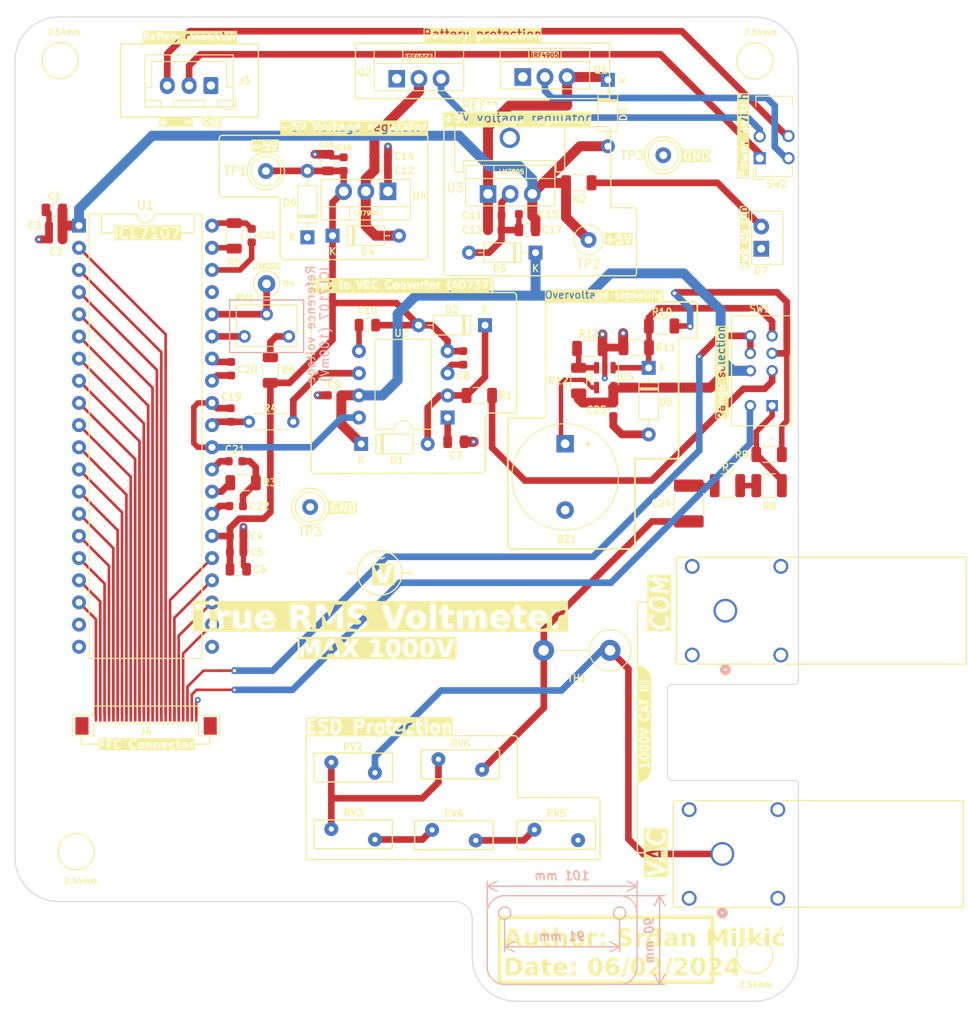
<source format=kicad_pcb>
(kicad_pcb (version 20221018) (generator pcbnew)
  (title_block (date "2024-02-06"))
  (layers (0 "F.Cu" signal) (31 "B.Cu" signal) (34 "B.Paste" user) (35 "F.Paste" user) (36 "B.SilkS" user "B.Silkscreen") (37 "F.SilkS" user "F.Silkscreen") (38 "B.Mask" user) (39 "F.Mask" user) (44 "Edge.Cuts" user))
  (net 0 "")
  (net 1 "-5V")
  (net 2 "ICL7107_A1")
  (net 3 "IN_HI")
  (net 4 "AD737_COM")
  (net 5 "CREF+")
  (net 6 "CREF-")
  (net 7 "A-Z")
  (net 8 "INT")
  (net 9 "OSC1")
  (net 10 "OSC3")
  (net 11 "ICL7107_B1")
  (net 12 "ICL7107_C1")
  (net 13 "ICL7107_D1")
  (net 14 "ICL7107_E1")
  (net 15 "ICL7107_F1")
  (net 16 "ICL7107_G1")
  (net 17 "ICL7107_A2")
  (net 18 "ICL7107_B2")
  (net 19 "ICL7107_C2")
  (net 20 "ICL7107_D2")
  (net 21 "ICL7107_E2")
  (net 22 "ICL7107_F2")
  (net 23 "ICL7107_G2")
  (net 24 "ICL7107_G3")
  (net 25 "ICL7107_F3")
  (net 26 "ICL7107_E3")
  (net 27 "ICL7107_D3")
  (net 28 "ICL7107_C3")
  (net 29 "ICL7107_B3")
  (net 30 "ICL7107_A3")
  (net 31 "1000V_RANGE")
  (net 32 "20V_RANGE")
  (net 33 "BUFF")
  (net 34 "OSC2")
  (net 35 "REF_HI")
  (net 36 "ICL7107_AB4")
  (net 37 "Net-(U2-Cav)")
  (net 38 "-9V")
  (net 39 "Net-(C24-Pad2)")
  (net 40 "GND")
  (net 41 "+9V")
  (net 42 "Cc")
  (net 43 "Net-(D1-A)")
  (net 44 "Net-(D7-A)")
  (net 45 "AD737_OUTPUT")
  (net 46 "Net-(J1-Pin_1)")
  (net 47 "Vin")
  (net 48 "Net-(R6-Pad2)")
  (net 49 "Net-(R10-Pad1)")
  (net 50 "Threshold_voltage")
  (net 51 "Net-(J3-Pin_1)")
  (net 52 "Net-(Q1-D)")
  (net 53 "Net-(R8-Pad1)")
  (net 54 "Net-(Q2-S)")
  (net 55 "Net-(C21-Pad1)")
  (net 56 "Net-(C24-Pad1)")
  (net 57 "Net-(U5--)")
  (net 60 "Net-(BZ1--)")
  (net 61 "Net-(R7-Pad2)")
  (net 62 "Net-(RV2-Pad2)")
  (net 63 "Net-(RV3-Pad2)")
  (net 64 "Net-(RV4-Pad2)")
  (net 65 "Net-(J3-Pin_2)")
  (net 66 "+5V")
  (footprint "Package_TO_SOT_THT:TO-220-3_Vertical" (layer "F.Cu") (at 58.79 84.25 180)
    (fp_text reference "U4")
    (fp_text value "L7905")
  )
  (footprint "Resistor_SMD:R_1206_3216Metric" (layer "F.Cu") (at 42.186 117.639)
    (fp_text reference "R3")
    (fp_text value "47K")
  )
  (footprint "MountingHole:MountingHole_2.5mm" (layer "F.Cu") (at 100.8 171.8)
    (fp_text reference "H1" hide)
    (fp_text value "MountingHole")
  )
  (footprint "Capacitor_SMD:C_0603_1608Metric" (layer "F.Cu") (at 67.405 103.335 -90)
    (fp_text reference "C8")
    (fp_text value "100n")
  )
  (footprint "priums_lib:HSINK_SK_95_25_STS_TO_220" (layer "F.Cu") (at 72.75 78.125)
    (fp_text reference "REF**")
    (fp_text value "HSINK_SK_95_25_STS_TO_220")
  )
  (footprint "Capacitor_SMD:C_0603_1608Metric" (layer "F.Cu") (at 20.715 89.7525 180)
    (fp_text reference "C2")
    (fp_text value "100n")
  )
  (footprint "Capacitor_SMD:C_0805_2012Metric" (layer "F.Cu") (at 74.75 88.665 180)
    (fp_text reference "C17")
    (fp_text value "1u")
  )
  (footprint "Capacitor_SMD:C_0603_1608Metric" (layer "F.Cu") (at 52.675 107.625 180)
    (fp_text reference "C9")
    (fp_text value "100n")
  )
  (footprint "Diode_THT:D_DO-35_SOD27_P7.62mm_Horizontal" (layer "F.Cu") (at 75.7075 91.275 180)
    (fp_text reference "D5")
    (fp_text value "1N4448")
  )
  (footprint "Diode_THT:D_DO-35_SOD27_P7.62mm_Horizontal" (layer "F.Cu") (at 69.915 99.59 180)
    (fp_text reference "D2")
    (fp_text value "1N4148")
  )
  (footprint "Package_TO_SOT_THT:TO-220-3_Vertical" (layer "F.Cu") (at 59.8 71.35)
    (fp_text reference "Q2")
    (fp_text value "IRF4905")
  )
  (footprint "Capacitor_SMD:C_0805_2012Metric" (layer "F.Cu") (at 20.54 86.3825 180)
    (fp_text reference "C1")
    (fp_text value "10u")
  )
  (footprint "Diode_THT:D_DO-35_SOD27_P7.62mm_Horizontal" (layer "F.Cu") (at 55.725 113.195)
    (fp_text reference "D1")
    (fp_text value "1N4148")
  )
  (footprint "priums_lib:SW_EG2310" (layer "F.Cu") (at 101.575 104.8125 90)
    (fp_text reference "SW1")
    (fp_text value "Range selection")
  )
  (footprint "Resistor_THT:R_Axial_DIN0204_L3.6mm_D1.6mm_P5.08mm_Horizontal" (layer "F.Cu") (at 42.86 110.66)
    (fp_text reference "R4")
    (fp_text value "1M")
  )
  (footprint "Capacitor_SMD:C_0603_1608Metric" (layer "F.Cu") (at 74.5725 86.87 180)
    (fp_text reference "C15")
    (fp_text value "100n")
  )
  (footprint "priums_lib:CONN1_FCR7350R_CLF" (layer "F.Cu") (at 97.465 132.305 90)
    (fp_text reference "J2")
    (fp_text value "COMM")
  )
  (footprint "Capacitor_SMD:C_0603_1608Metric" (layer "F.Cu") (at 71.03 87.005)
    (fp_text reference "C11")
    (fp_text value "100u")
  )
  (footprint "Potentiometer_THT:Potentiometer_Bourns_3266W_Vertical" (layer "F.Cu") (at 42.345 100.875 180)
    (fp_text reference "RV1")
    (fp_text value "Naponska referenca (100mV)")
  )
  (footprint "Resistor_SMD:R_1210_3225Metric" (layer "F.Cu") (at 102.475 117.975 180)
    (fp_text reference "R8")
    (fp_text value "900K")
  )
  (footprint "Diode_THT:D_DO-35_SOD27_P7.62mm_Horizontal" (layer "F.Cu") (at 84 71.465 -90)
    (fp_text reference "D3")
    (fp_text value "1N4448")
  )
  (footprint "Resistor_SMD:R_1206_3216Metric" (layer "F.Cu") (at 81.925 102.255)
    (fp_text reference "R13")
    (fp_text value "1K5")
  )
  (footprint "Diode_THT:D_DO-35_SOD27_P7.62mm_Horizontal" (layer "F.Cu") (at 49.56 89.525 90)
    (fp_text reference "D6")
    (fp_text value "1N4448")
  )
  (footprint "Capacitor_SMD:C_0603_1608Metric" (layer "F.Cu") (at 20.715 88.1825 180)
    (fp_text reference "C3")
    (fp_text value "100n")
  )
  (footprint "Package_DIP:DIP-40_W15.24mm" (layer "F.Cu") (at 23.385 88.18)
    (fp_text reference "U1")
    (fp_text value "ICL7107CPL")
  )
  (footprint "Capacitor_SMD:C_0603_1608Metric" (layer "F.Cu") (at 40.8 104.5775 -90)
    (fp_text reference "C20")
    (fp_text value "100n")
  )
  (footprint "Capacitor_SMD:C_0603_1608Metric" (layer "F.Cu") (at 84.625 109.23 -90)
    (fp_text reference "C25")
    (fp_text value "100n")
  )
  (footprint "Capacitor_SMD:C_0805_2012Metric" (layer "F.Cu") (at 41.635 127.56 180)
    (fp_text reference "C6")
    (fp_text value "10u")
  )
  (footprint "Capacitor_SMD:C_0805_2012Metric" (layer "F.Cu") (at 51.9 80.955 -90)
    (fp_text reference "C18")
    (fp_text value "1u")
  )
  (footprint "Resistor_SMD:R_1210_3225Metric" (layer "F.Cu") (at 97.7 117.975)
    (fp_text reference "R7")
    (fp_text value "9M")
  )
  (footprint "Capacitor_SMD:C_0603_1608Metric" (layer "F.Cu") (at 58.015 80.235)
    (fp_text reference "C14")
    (fp_text value "100n")
  )
  (footprint "Button_Switch_THT:SW_CuK_JS202011AQN_DPDT_Angled" (layer "F.Cu") (at 101.4 80.45 90)
    (fp_text reference "SW2")
    (fp_text value "Power ON/OFF")
  )
  (footprint "Capacitor_SMD:C_0603_1608Metric" (layer "F.Cu") (at 43.17 89.3225 -90)
    (fp_text reference "C23")
    (fp_text value "100p")
  )
  (footprint "Varistor:RV_Disc_D9mm_W3.3mm_P5mm" (layer "F.Cu") (at 52.3 157.325)
    (fp_text reference "RV3")
    (fp_text value "910V")
  )
  (footprint "Resistor_SMD:R_1206_3216Metric" (layer "F.Cu") (at 87.25 102.155 180)
    (fp_text reference "R11")
    (fp_text value "1K")
  )
  (footprint "Capacitor_SMD:C_0603_1608Metric" (layer "F.Cu") (at 71.03 88.695)
    (fp_text reference "C13")
    (fp_text value "100n")
  )
  (footprint "MountingHole:MountingHole_2.5mm" (layer "F.Cu") (at 21.225 69.275)
    (fp_text reference "H2" hide)
    (fp_text value "MountingHole")
  )
  (footprint "Capacitor_SMD:C_0805_2012Metric" (layer "F.Cu") (at 66.585 112.95)
    (fp_text reference "C7")
    (fp_text value "10u")
  )
  (footprint "Capacitor_SMD:C_0603_1608Metric" (layer "F.Cu") (at 41.32 115.1825 180)
    (fp_text reference "C21")
    (fp_text value "470n")
  )
  (footprint "priums_lib:CONN1_FCR7350R_CLF" (layer "F.Cu") (at 97.115 160.18 90)
    (fp_text reference "J1")
    (fp_text value "VAC")
  )
  (footprint "TestPoint:TestPoint_Loop_D2.60mm_Drill0.9mm_Beaded" (layer "F.Cu") (at 90.35 80.111878)
    (fp_text reference "TP3")
    (fp_text value "TestPoint")
  )
  (footprint "Capacitor_SMD:C_0603_1608Metric" (layer "F.Cu") (at 53.695 81.13 90)
    (fp_text reference "C16")
    (fp_text value "100n")
  )
  (footprint "Capacitor_SMD:C_0603_1608Metric" (layer "F.Cu") (at 58.015 81.835 180)
    (fp_text reference "C12")
    (fp_text value "100u")
  )
  (footprint "Capacitor_SMD:C_0603_1608Metric" (layer "F.Cu") (at 41.4 120.3125)
    (fp_text reference "C22")
    (fp_text value "220n")
  )
  (footprint "Resistor_THT:R_Axial_DIN0414_L11.9mm_D4.5mm_P7.62mm_Vertical" (layer "F.Cu") (at 84.25 136.85 180)
    (fp_text reference "TH1")
    (fp_text value "PTC")
  )
  (footprint "Resistor_SMD:R_1206_3216Metric" (layer "F.Cu") (at 45.31 104.735 90)
    (fp_text reference "R6")
    (fp_text value "24K")
  )
  (footprint "MountingHole:MountingHole_2.5mm" (layer "F.Cu") (at 100.875 69.3)
    (fp_text reference "H3" hide)
    (fp_text value "MountingHole")
  )
  (footprint "Resistor_SMD:R_1206_3216Metric" (layer "F.Cu") (at 80.6625 83.275)
    (fp_text reference "R2")
    (fp_text value "330")
  )
  (footprint "Varistor:RV_Disc_D9mm_W3.3mm_P5mm" (layer "F.Cu") (at 63.85 157.425)
    (fp_text reference "RV4")
    (fp_text value "910V")
  )
  (footprint "Package_TO_SOT_THT:TO-220-3_Vertical" (layer "F.Cu") (at 70.26 84.545)
    (fp_text reference "U3")
    (fp_text value "L7805")
  )
  (footprint "TestPoint:TestPoint_Loop_D2.60mm_Drill0.9mm_Beaded" (layer "F.Cu") (at 44.8 81.925)
    (fp_text reference "TP1")
    (fp_text value "TestPoint")
  )
  (footprint "Resistor_SMD:R_1206_3216Metric" (layer "F.Cu") (at 69.265 107.64)
    (fp_text reference "R1")
    (fp_text value "47K")
  )
  (footprint "Package_DIP:DIP-8_W10.16mm" (layer "F.Cu") (at 65.625 110.175 180)
    (fp_text reference "U2")
    (fp_text value "AD737")
  )
  (footprint "Resistor_SMD:R_1206_3216Metric" (layer "F.Cu") (at 41.16 89.3525 90)
    (fp_text reference "R5")
    (fp_text value "100K")
  )
  (footprint "Connector_JST:JST_XH_B3B-XH-A_1x03_P2.50mm_Vertical" (layer "F.Cu") (at 38.5 72.125 180)
    (fp_text reference "J3")
    (fp_text value "Battery connector")
  )
  (footprint "Buzzer_Beeper:Buzzer_12x9.5RM7.6" (layer "F.Cu") (at 79.1 113.175 -90)
    (fp_text reference "BZ1")
    (fp_text value "Buzzer")
  )
  (footprint "Capacitor_SMD:C_1812_4532Metric" (layer "F.Cu") (at 93.275 120.025 90)
    (fp_text reference "C24")
    (fp_text value "22n")
  )
  (footprint "Capacitor_SMD:C_0805_2012Metric" (layer "F.Cu") (at 56.425 99.585)
    (fp_text reference "C10")
    (fp_text value "3u3")
  )
  (footprint "Package_TO_SOT_THT:TO-220-3_Vertical" (layer "F.Cu") (at 74.245 71.15)
    (fp_text reference "Q1")
    (fp_text value "IRF4905")
  )
  (footprint "Resistor_SMD:R_1206_3216Metric" (layer "F.Cu") (at 90.1625 99.68 180)
    (fp_text reference "R10")
    (fp_text value "9K")
  )
  (footprint "Varistor:RV_Disc_D9mm_W3.3mm_P5mm" (layer "F.Cu") (at 69.575 150.525 180)
    (fp_text reference "RV6")
    (fp_text value "910V")
  )
  (footprint "Package_TO_SOT_SMD:SOT-23-5" (layer "F.Cu") (at 83.65 105.605 -90)
    (fp_text reference "U5")
    (fp_text value "MAX9075")
  )
  (footprint "Diode_THT:D_DO-35_SOD27_P7.62mm_Horizontal" (layer "F.Cu") (at 88.675 104.48 -90)
    (fp_text reference "D8")
    (fp_text value "1N5712")
  )
  (footprint "Varistor:RV_Disc_D9mm_W3.3mm_P5mm" (layer "F.Cu") (at 57.3 150.875 180)
    (fp_text reference "RV2")
    (fp_text value "910V")
  )
  (footprint "Capacitor_SMD:C_0603_1608Metric" (layer "F.Cu") (at 41.45 123.7525 180)
    (fp_text reference "C4")
    (fp_text value "100n")
  )
  (footprint "Resistor_SMD:R_1206_3216Metric" (layer "F.Cu") (at 102.475 114.4)
    (fp_text reference "R9")
    (fp_text value "90K")
  )
  (footprint "TestPoint:TestPoint_Loop_D2.60mm_Drill0.9mm_Beaded" (layer "F.Cu") (at 81.78 89.82)
    (fp_text reference "TP2")
    (fp_text value "TestPoint")
  )
  (footprint "priums_lib:FPC_24" (layer "F.Cu") (at 31.07 144.21)
    (fp_text reference "J4")
    (fp_text value "FPC Connector")
  )
  (footprint "MountingHole:MountingHole_2.5mm" (layer "F.Cu") (at 23.02804 159.95588)
    (fp_text reference "H4" hide)
    (fp_text value "MountingHole")
  )
  (footprint "TestPoint:TestPoint_Loop_D2.50mm_Drill1.0mm_LowProfile" (layer "F.Cu") (at 44.875 94.85)
    (fp_text reference "TP4")
    (fp_text value "TestPoint_Loop_D2.50mm_Drill1.0mm_LowProfile")
  )
  (footprint "TestPoint:TestPoint_Loop_D2.60mm_Drill0.9mm_Beaded" (layer "F.Cu") (at 49.875 120.425)
    (fp_text reference "TP3")
    (fp_text value "TestPoint")
  )
  (footprint "Resistor_SMD:R_1206_3216Metric" (layer "F.Cu") (at 80.65 105.9425 90)
    (fp_text reference "R12")
    (fp_text value "11K")
  )
  (footprint "LED_THT:LED_D5.0mm_Horizontal_O6.35mm_Z15.0mm" (layer "F.Cu") (at 101.575 90.825 90)
    (fp_text reference "D7")
    (fp_text value "Power ON")
  )
  (footprint "Capacitor_SMD:C_0603_1608Metric" (layer "F.Cu") (at 41.45 125.5975 180)
    (fp_text reference "C5")
    (fp_text value "100n")
  )
  (footprint "Varistor:RV_Disc_D9mm_W3.3mm_P5mm" (layer "F.Cu") (at 75.575 157.4)
    (fp_text reference "RV5")
    (fp_text value "910V")
  )
  (footprint "Diode_THT:D_DO-35_SOD27_P7.62mm_Horizontal" (layer "F.Cu") (at 52.44 89.33)
    (fp_text reference "D4")
    (fp_text value "1N4448")
  )
  (footprint "Capacitor_SMD:C_0603_1608Metric" (layer "F.Cu") (at 40.75 109.8775 90)
    (fp_text reference "C19")
    (fp_text value "20p")
  )
  (gr_circle (center 72.16246 166.96032) (end 72.86246 166.96032) (stroke (width 0.15)) (fill none) (layer "B.SilkS"))
  (gr_circle (center 85.34296 166.96032) (end 86.04296 166.96032) (stroke (width 0.15)) (fill none) (layer "B.SilkS"))
  (gr_line (start 85.34298 175.12284) (end 72.16242 175.12284) (stroke (width 0.15)) (layer "B.SilkS"))
  (gr_arc (start 87.34298 173.12284) (mid 86.757188 174.537048) (end 85.34298 175.12284) (stroke (width 0.15)) (layer "B.SilkS"))
  (gr_arc (start 72.16242 175.12284) (mid 70.748225 174.537041) (end 70.16242 173.12284) (stroke (width 0.15)) (layer "B.SilkS"))
  (gr_rect (start 40.65 96.7) (end 49.125 102.725) (stroke (width 0.15)) (fill none) (layer "B.SilkS"))
  (gr_line (start 70.16242 173.12284) (end 70.16242 166.9603) (stroke (width 0.15)) (layer "B.SilkS"))
  (gr_arc (start 85.34298 164.9603) (mid 86.757188 165.546092) (end 87.34298 166.9603) (stroke (width 0.15)) (layer "B.SilkS"))
  (gr_arc (start 70.16242 166.9603) (mid 70.748211 165.546085) (end 72.16242 164.9603) (stroke (width 0.15)) (layer "B.SilkS"))
  (gr_line (start 87.34298 166.9603) (end 87.34298 173.12284) (stroke (width 0.15)) (layer "B.SilkS"))
  (gr_line (start 72.16242 164.9603) (end 85.34298 164.9603) (stroke (width 0.15)) (layer "B.SilkS"))
  (gr_line (start 92.1 114.519) (end 92.1 101.481) (stroke (width 0.2)) (layer "F.SilkS"))
  (gr_circle (center 21.225 69.275) (end 23.3 69.275) (stroke (width 0.15)) (fill none) (layer "F.SilkS"))
  (gr_line (start 39.45 78.206) (end 39.45 84.519) (stroke (width 0.15)) (layer "F.SilkS"))
  (gr_circle (center 23.05304 159.90588) (end 25.12804 159.90588) (stroke (width 0.15)) (fill none) (layer "F.SilkS"))
  (gr_line (start 93.869 96.925) (end 77.231 96.925) (stroke (width 0.2)) (layer "F.SilkS"))
  (gr_line (start 49.375 147.006) (end 49.375 146.67) (stroke (width 0.15)) (layer "F.SilkS"))
  (gr_arc (start 73.144 95.85) (mid 73.413408 95.961592) (end 73.525 96.231) (stroke (width 0.15)) (layer "F.SilkS"))
  (gr_line (start 25.475 147.6) (end 25.6 147.6) (stroke (width 0.15)) (layer "F.SilkS"))
  (gr_arc (start 65.581 93.925) (mid 65.311592 93.813408) (end 65.2 93.544) (stroke (width 0.15)) (layer "F.SilkS"))
  (gr_line (start 73.525 109.625) (end 73.525 96.231) (stroke (width 0.15)) (layer "F.SilkS"))
  (gr_arc (start 72.906 125.225) (mid 72.636592 125.113408) (end 72.525 124.844) (stroke (width 0.2)) (layer "F.SilkS"))
  (gr_arc (start 92.1 101.481) (mid 92.211592 101.211592) (end 92.481 101.1) (stroke (width 0.2)) (layer "F.SilkS"))
  (gr_line (start 65.2 76.80706) (end 65.28054 76.8876) (stroke (width 0.15)) (layer "F.SilkS"))
  (gr_line (start 83.1 160.825) (end 49.375 160.825) (stroke (width 0.15)) (layer "F.SilkS"))
  (gr_line (start 49.975 96.231) (end 49.975 95.91) (stroke (width 0.15)) (layer "F.SilkS"))
  (gr_circle (center 61.4 127.975) (end 61.45022 127.975) (stroke (width 0.15)) (fill none) (layer "F.SilkS"))
  (gr_line (start 38.35 147.6) (end 38.35 146.65) (stroke (width 0.15)) (layer "F.SilkS"))
  (gr_line (start 86.986593 125.113407) (end 86.988408 125.111592) (stroke (width 0.2)) (layer "F.SilkS"))
  (gr_line (start 25.975 89.025) (end 25.975 86.875) (stroke (width 0.15)) (layer "F.SilkS"))
  (gr_line (start 86.894 86.125) (end 84.35 86.125) (stroke (width 0.15)) (layer "F.SilkS"))
  (gr_line (start 49.375 147.006) (end 49.375 160.825) (stroke (width 0.15)) (layer "F.SilkS"))
  (gr_poly (pts (xy 92.53982 80.84566) (xy 91.81084 81.68132) (xy 91.85402 81.6356) (xy 92.14866 81.28) (xy 92.26804 81.05902) (xy 92.38742 80.78216) (xy 92.456 80.56626) (xy 92.4941 80.4672) (xy 92.51442 80.24368) (xy 92.5195 80.1497) (xy 92.52712 80.0354) (xy 92.52204 79.95158) (xy 92.51188 79.73568) (xy 92.46362 79.39278) (xy 92.1639 78.97368) (xy 92.56776 79.48422)) (stroke (width 0.15)) (fill solid) (layer "F.SilkS"))
  (gr_line (start 50.356947 116.599051) (end 69.54574 116.55135) (stroke (width 0.15)) (layer "F.SilkS"))
  (gr_line (start 76.469 110.25) (end 72.606 110.25) (stroke (width 0.2)) (layer "F.SilkS"))
  (gr_line (start 72.525 110.631) (end 72.525 124.844) (stroke (width 0.2)) (layer "F.SilkS"))
  (gr_rect (start 71.6 167.425) (end 96 174.875) (stroke (width 0.4)) (fill none) (layer "F.SilkS"))
  (gr_arc (start 92.1 114.519) (mid 91.988408 114.788408) (end 91.719 114.9) (stroke (width 0.2)) (layer "F.SilkS"))
  (gr_circle (center 49.875 120.425) (end 52 120.2) (stroke (width 0.15)) (fill none) (layer "F.SilkS"))
  (gr_line (start 83.944 76.85) (end 65.581 76.85) (stroke (width 0.15)) (layer "F.SilkS"))
  (gr_line (start 73.65 153.725) (end 73.65 147.006) (stroke (width 0.15)) (layer "F.SilkS"))
  (gr_line (start 87.375 160.05) (end 87.375 131.3) (stroke (width 0.15)) (layer "F.SilkS"))
  (gr_poly (pts (xy 87.375 138.675) (xy 87.75 138.725) (xy 88.1 138.85) (xy 88.43566 139.11434) (xy 88.7 139.45) (xy 88.825 139.825) (xy 88.875 140.175) (xy 87.375 140.175)) (stroke (width 0.15)) (fill solid) (layer "F.SilkS"))
  (gr_arc (start 83.944 76.85) (mid 84.213408 76.961592) (end 84.325 77.231) (stroke (width 0.15)) (layer "F.SilkS"))
  (gr_circle (center 57.85 127.975) (end 60.4 127.975) (stroke (width 0.15)) (fill none) (layer "F.SilkS"))
  (gr_line (start 87.375 131.3) (end 88.5 131.3) (stroke (width 0.15)) (layer "F.SilkS"))
  (gr_rect locked (start 28.146 67.345) (end 43.938 75.745) (stroke (width 0.15)) (fill none) (layer "F.SilkS"))
  (gr_line (start 87.275 93.617185) (end 87.275 86.506) (stroke (width 0.15)) (layer "F.SilkS"))
  (gr_arc (start 82.719 153.725) (mid 82.988408 153.836592) (end 83.1 154.106) (stroke (width 0.15)) (layer "F.SilkS"))
  (gr_line (start 46.806 92.075) (end 62.969 92.075) (stroke (width 0.15)) (layer "F.SilkS"))
  (gr_rect (start 87.375 140.15) (end 88.875 150.45) (stroke (width 0.15)) (fill none) (layer "F.SilkS"))
  (gr_arc (start 69.925791 116.169091) (mid 69.814997 116.439007) (end 69.54574 116.55135) (stroke (width 0.15)) (layer "F.SilkS"))
  (gr_line (start 36.55 89.025) (end 36.55 86.875) (stroke (width 0.15)) (layer "F.SilkS"))
  (gr_line (start 92.481 101.1) (end 94.2 101.1) (stroke (width 0.2)) (layer "F.SilkS"))
  (gr_line (start 55.3 127.975) (end 54.3 127.975) (stroke (width 0.15)) (layer "F.SilkS"))
  (gr_line (start 87.375 140.675) (end 87.375 140.05) (stroke (width 0.15)) (layer "F.SilkS"))
  (gr_line (start 84.325 86.15) (end 84.325 77.231) (stroke (width 0.15)) (layer "F.SilkS"))
  (gr_arc (start 72.525 110.631) (mid 72.636592 110.361592) (end 72.906 110.25) (stroke (width 0.2)) (layer "F.SilkS"))
  (gr_circle (center 90.35498 80.11266) (end 92.47998 79.88766) (stroke (width 0.15)) (fill none) (layer "F.SilkS"))
  (gr_arc (start 49.375 147.006) (mid 49.486592 146.736592) (end 49.756 146.625) (stroke (width 0.15)) (layer "F.SilkS"))
  (gr_line (start 65.2 77.231) (end 65.2 76.80706) (stroke (width 0.15)) (layer "F.SilkS"))
  (gr_arc (start 88.875 150.45) (mid 88.43566 151.51066) (end 87.375 151.95) (stroke (width 0.15)) (layer "F.SilkS"))
  (gr_poly (pts (xy 88.875 150.4) (xy 88.825 150.775) (xy 88.7 151.125) (xy 88.43566 151.46066) (xy 88.1 151.725) (xy 87.75 151.9) (xy 87.375 151.9) (xy 87.375 150.4)) (stroke (width 0.15)) (fill solid) (layer "F.SilkS"))
  (gr_arc (start 50.356947 116.599051) (mid 50.086944 116.487792) (end 49.975 116.218052) (stroke (width 0.15)) (layer "F.SilkS"))
  (gr_line (start 83.1 160.825) (end 83.1 154.106) (stroke (width 0.15)) (layer "F.SilkS"))
  (gr_line (start 87.125 114.9) (end 91.719 114.9) (stroke (width 0.2)) (layer "F.SilkS"))
  (gr_line (start 87.125 93.925) (end 87.163408 93.886592) (stroke (width 0.15)) (layer "F.SilkS"))
  (gr_arc (start 65.2 77.231) (mid 65.311592 76.961592) (end 65.581 76.85) (stroke (width 0.15)) (layer "F.SilkS"))
  (gr_line (start 63.35 91.694) (end 63.35 77.875) (stroke (width 0.15)) (layer "F.SilkS"))
  (gr_arc (start 39.45 78.206) (mid 39.561592 77.936592) (end 39.831 77.825) (stroke (width 0.15)) (layer "F.SilkS"))
  (gr_line (start 49.975 96.231) (end 49.975 116.218052) (stroke (width 0.15)) (layer "F.SilkS"))
  (gr_arc (start 87.1 124.842185) (mid 87.071003 124.98799) (end 86.988408 125.111592) (stroke (width 0.2)) (layer "F.SilkS"))
  (gr_line (start 35.15 89.025) (end 36.55 89.025) (stroke (width 0.15)) (layer "F.SilkS"))
  (gr_line (start 88.075 160.05) (end 87.375 160.05) (stroke (width 0.15)) (layer "F.SilkS"))
  (gr_line (start 27.375 89.025) (end 25.975 89.025) (stroke (width 0.15)) (layer "F.SilkS"))
  (gr_arc (start 76.85 109.869) (mid 76.738408 110.138408) (end 76.469 110.25) (stroke (width 0.2)) (layer "F.SilkS"))
  (gr_arc (start 49.975 96.231) (mid 50.086592 95.961592) (end 50.356 95.85) (stroke (width 0.15)) (layer "F.SilkS"))
  (gr_arc (start 73.269 146.625) (mid 73.538408 146.736592) (end 73.65 147.006) (stroke (width 0.15)) (layer "F.SilkS"))
  (gr_poly (pts (xy 52.05984 121.158) (xy 51.33086 121.99366) (xy 51.37404 121.94794) (xy 51.66868 121.59234) (xy 51.78806 121.37136) (xy 51.90744 121.0945) (xy 51.97602 120.8786) (xy 52.01412 120.77954) (xy 52.03444 120.55602) (xy 52.03952 120.46204) (xy 52.04714 120.34774) (xy 52.04206 120.26392) (xy 52.0319 120.04802) (xy 51.96332 119.7737) (xy 51.69154 119.29872) (xy 52.08778 119.79656)) (stroke (width 0.15)) (fill solid) (layer "F.SilkS"))
  (gr_line (start 73.269 146.625) (end 49.756 146.625) (stroke (width 0.15)) (layer "F.SilkS"))
  (gr_circle (center 100.85 69.3) (end 102.925 69.3) (stroke (width 0.15)) (fill none) (layer "F.SilkS"))
  (gr_line (start 87.1 124.842185) (end 87.1 114.925) (stroke (width 0.2)) (layer "F.SilkS"))
  (gr_arc (start 39.831 84.9) (mid 39.561592 84.788408) (end 39.45 84.519) (stroke (width 0.15)) (layer "F.SilkS"))
  (gr_arc (start 93.869 96.925) (mid 94.138408 97.036592) (end 94.25 97.306) (stroke (width 0.2)) (layer "F.SilkS"))
  (gr_line (start 60.4 127.975) (end 61.4 127.975) (stroke (width 0.15)) (layer "F.SilkS"))
  (gr_line (start 82.719 153.725) (end 73.65 153.725) (stroke (width 0.15)) (layer "F.SilkS"))
  (gr_line (start 23.65 147.6) (end 23.65 146.65) (stroke (width 0.15)) (layer "F.SilkS"))
  (gr_circle (center 44.8 81.925) (end 46.925 81.7) (stroke (width 0.15)) (fill none) (layer "F.SilkS"))
  (gr_line (start 76.83 97.35) (end 76.83 96.93) (stroke (width 0.15)) (layer "F.SilkS"))
  (gr_line (start 65.2 77.231) (end 65.2 93.544) (stroke (width 0.15)) (layer "F.SilkS"))
  (gr_line (start 73.144 95.85) (end 50.356 95.85) (stroke (width 0.15)) (layer "F.SilkS"))
  (gr_line (start 46.425 85.281) (end 46.425 91.694) (stroke (width 0.15)) (layer "F.SilkS"))
  (gr_arc (start 69.925791 110.031) (mid 70.037383 109.761589) (end 70.306791 109.65) (stroke (width 0.15)) (layer "F.SilkS"))
  (gr_line (start 39.831 84.9) (end 46.044 84.9) (stroke (width 0.15)) (layer "F.SilkS"))
  (gr_circle (center 54.3 127.975) (end 54.24932 127.975) (stroke (width 0.15)) (fill none) (layer "F.SilkS"))
  (gr_line (start 72.906 125.225) (end 86.717185 125.225) (stroke (width 0.2)) (layer "F.SilkS"))
  (gr_arc (start 86.894 86.125) (mid 87.163408 86.236592) (end 87.275 86.506) (stroke (width 0.15)) (layer "F.SilkS"))
  (gr_line (start 69.925791 116.169091) (end 69.925791 110.031) (stroke (width 0.15)) (layer "F.SilkS"))
  (gr_line (start 70.306791 109.65) (end 73.525 109.65) (stroke (width 0.15)) (layer "F.SilkS"))
  (gr_arc (start 76.85 97.306) (mid 76.961592 97.036592) (end 77.231 96.925) (stroke (width 0.2)) (layer "F.SilkS"))
  (gr_line (start 25.6 147.6) (end 23.65 147.6) (stroke (width 0.15)) (layer "F.SilkS"))
  (gr_line (start 76.85 97.306) (end 76.85 109.869) (stroke (width 0.2)) (layer "F.SilkS"))
  (gr_arc (start 86.986593 125.113407) (mid 86.862987 125.195993) (end 86.717185 125.225) (stroke (width 0.2)) (layer "F.SilkS"))
  (gr_line (start 94.25 101.1) (end 94.25 97.306) (stroke (width 0.2)) (layer "F.SilkS"))
  (gr_rect (start 55.0625 67.275) (end 84.1875 73.625) (stroke (width 0.15)) (fill none) (layer "F.SilkS"))
  (gr_line (start 36.675 147.6) (end 38.35 147.6) (stroke (width 0.15)) (layer "F.SilkS"))
  (gr_line (start 63.3 77.825) (end 39.831 77.825) (stroke (width 0.15)) (layer "F.SilkS"))
  (gr_line (start 65.581 93.925) (end 87.125 93.925) (stroke (width 0.15)) (layer "F.SilkS"))
  (gr_arc (start 63.35 91.694) (mid 63.238408 91.963408) (end 62.969 92.075) (stroke (width 0.15)) (layer "F.SilkS"))
  (gr_arc (start 87.275 93.617185) (mid 87.246003 93.76299) (end 87.163408 93.886592) (stroke (width 0.15)) (layer "F.SilkS"))
  (gr_circle (center 100.8 171.825) (end 102.875 171.825) (stroke (width 0.15)) (fill none) (layer "F.SilkS"))
  (gr_arc (start 87.375 138.65) (mid 88.43566 139.08934) (end 88.875 140.15) (stroke (width 0.15)) (layer "F.SilkS"))
  (gr_arc (start 46.044 84.9) (mid 46.313408 85.011592) (end 46.425 85.281) (stroke (width 0.15)) (layer "F.SilkS"))
  (gr_arc (start 46.806 92.075) (mid 46.536592 91.963408) (end 46.425 91.694) (stroke (width 0.15)) (layer "F.SilkS"))
  (gr_line (start 16.05 69.267747) (end 16.05 160.617747) (stroke (width 0.1)) (layer "Edge.Cuts"))
  (gr_arc (start 21.05 165.617747) (mid 17.514467 164.153281) (end 16.05 160.617747) (stroke (width 0.1)) (layer "Edge.Cuts"))
  (gr_line (start 105.825 140.369) (end 105.825 69.275) (stroke (width 0.1)) (layer "Edge.Cuts"))
  (gr_arc (start 105.825 140.369) (mid 105.713408 140.638408) (end 105.444 140.75) (stroke (width 0.1)) (layer "Edge.Cuts"))
  (gr_arc (start 73.45 177.05) (mid 69.914466 175.585534) (end 68.45 172.05) (stroke (width 0.1)) (layer "Edge.Cuts"))
  (gr_line (start 73.45 177.05) (end 100.825 177.05) (stroke (width 0.1)) (layer "Edge.Cuts"))
  (gr_line (start 105.825 152.131) (end 105.825 172.05) (stroke (width 0.1)) (layer "Edge.Cuts"))
  (gr_line (start 105.444 140.75) (end 91.333 140.75) (stroke (width 0.1)) (layer "Edge.Cuts"))
  (gr_line (start 90.825 141.258) (end 90.825 151.242) (stroke (width 0.1)) (layer "Edge.Cuts"))
  (gr_arc (start 90.825 141.258) (mid 90.97379 140.89879) (end 91.333 140.75) (stroke (width 0.1)) (layer "Edge.Cuts"))
  (gr_line (start 68.45 167.687) (end 68.45 172.05) (stroke (width 0.1)) (layer "Edge.Cuts"))
  (gr_line (start 100.825 64.275) (end 21.05 64.275) (stroke (width 0.1)) (layer "Edge.Cuts"))
  (gr_arc (start 100.825 64.275) (mid 104.360534 65.739466) (end 105.825 69.275) (stroke (width 0.1)) (layer "Edge.Cuts"))
  (gr_arc (start 91.333 151.75) (mid 90.97379 151.60121) (end 90.825 151.242) (stroke (width 0.1)) (layer "Edge.Cuts"))
  (gr_arc (start 16.05 69.275) (mid 17.514466 65.739466) (end 21.05 64.275) (stroke (width 0.1)) (layer "Edge.Cuts"))
  (gr_line (start 91.333 151.75) (end 105.444 151.75) (stroke (width 0.1)) (layer "Edge.Cuts"))
  (gr_arc (start 105.444 151.75) (mid 105.713408 151.861592) (end 105.825 152.131) (stroke (width 0.1)) (layer "Edge.Cuts"))
  (gr_line (start 66.380747 165.617747) (end 21.05 165.617747) (stroke (width 0.1)) (layer "Edge.Cuts"))
  (gr_arc (start 105.825 172.05) (mid 104.360534 175.585534) (end 100.825 177.05) (stroke (width 0.1)) (layer "Edge.Cuts"))
  (gr_arc (start 66.380747 165.617747) (mid 67.84393 166.223817) (end 68.45 167.687) (stroke (width 0.1)) (layer "Edge.Cuts"))
  (gr_text "Reference voltage\nICL7107 (100mV)" (at 52.125 99.525 90) (layer "B.SilkS") (effects (font (size 1 1)) (justify bottom mirror)))
  (gr_text "LM7805" (at 71.425 82.3) (layer "F.SilkS") (effects (font (size 0.5 0.5) (thickness 0.125)) (justify left bottom)))
  (gr_text "Author: Srđan Milkić\nDate: 06/02/2024" (at 72.05 174.45) (layer "F.SilkS") (effects (font (size 2 2) (thickness 0.3048) bold italic) (justify left bottom)))
  (gr_text "+5V" (at 83.52 90.34) (layer "F.SilkS" knockout) (effects (font (size 1 1) (thickness 0.2) bold) (justify left bottom)))
  (gr_text "Battery protection\n" (at 62.72784 66.80962) (layer "F.SilkS" knockout) (effects (font (size 1 1)) (justify left bottom)))
  (gr_text "-5V Voltage regulator\n" (at 46.30166 77.45) (layer "F.SilkS" knockout) (effects (font (size 1 1)) (justify left bottom)))
  (gr_text "IRF4905" (at 75.175 68.95) (layer "F.SilkS" knockout) (effects (font (size 0.5 0.5) (thickness 0.125)) (justify left bottom)))
  (gr_text "LM7905" (at 54.8 87.05) (layer "F.SilkS") (effects (font (size 0.5 0.5) (thickness 0.125)) (justify left bottom)))
  (gr_text "Overvoltage signaling" (at 76.6953 96.6) (layer "F.SilkS" knockout) (effects (font (size 0.8382 0.8382) (thickness 0.127) bold) (justify left bottom)))
  (gr_text locked "GND" (at 37.45 76.775) (layer "F.SilkS" knockout) (effects (font (size 0.7112 0.7112)) (justify left bottom)))
  (gr_text "True RMS Voltmeter\n" (at 57.925 134.825) (layer "F.SilkS" knockout) (effects (font (size 2.7 2.7) (thickness 0.3048) bold italic) (justify bottom)))
  (gr_text "-5V" (at 43 79.65) (layer "F.SilkS" knockout) (effects (font (size 1 1) (thickness 0.2) bold) (justify left bottom)))
  (gr_text "V" (at 57.175 129.475) (layer "F.SilkS" knockout) (effects (font (size 2 2) (thickness 0.2) bold) (justify left bottom)))
  (gr_text "~" (at 57.125 127.375) (layer "F.SilkS") (effects (font (size 2 2)) (justify left bottom)))
  (gr_text "FFC Connector" (at 25.475 148.225) (layer "F.SilkS" knockout) (effects (font (size 1 1)) (justify left bottom)))
  (gr_text "VAC" (at 90.75 163.075 90) (layer "F.SilkS" knockout) (effects (font (size 2 2) (thickness 0.3) bold italic) (justify left bottom)))
  (gr_text locked "+   -" (at 32.45 76.75) (layer "F.SilkS" knockout) (effects (font (size 0.8 0.8) (thickness 0.2)) (justify left bottom)))
  (gr_text "MAX 1000V" (at 57.425 137.95) (layer "F.SilkS" knockout) (effects (font (size 2 2) (thickness 0.3048) bold italic) (justify bottom)))
  (gr_text "VAC to VDC Converter (AD737)" (at 49.92 95.5) (layer "F.SilkS" knockout) (effects (font (size 0.9 0.9)) (justify left bottom)))
  (gr_text "ICL7107" (at 27.225 89.8) (layer "F.SilkS" knockout) (effects (font (size 1.27 1.27)) (justify left bottom)))
  (gr_text "2.54mm" (at 99.5 66.425) (layer "F.SilkS") (effects (font (size 0.635 0.635) (thickness 0.127) bold) (justify left bottom)))
  (gr_text "IRF4905" (at 60.7 69.2) (layer "F.SilkS" knockout) (effects (font (size 0.5 0.5) (thickness 0.125)) (justify left bottom)))
  (gr_text "ESD Protection" (at 49.11 146.51) (layer "F.SilkS" knockout) (effects (font (size 1.5 1.5) (thickness 0.3) bold) (justify left bottom)))
  (gr_text "+5V Voltage regulator\n" (at 65.00368 76.42606) (layer "F.SilkS" knockout) (effects (font (size 1 1)) (justify left bottom)))
  (gr_text "Range selection" (at 97.475 110.475 90) (layer "F.SilkS" knockout) (effects (font (size 0.889 0.889)) (justify left bottom)))
  (gr_text "COM\n" (at 91.15 134.925 90) (layer "F.SilkS" knockout) (effects (font (size 2 2) (thickness 0.3) bold italic) (justify left bottom)))
  (gr_text locked "Battery connector\n" (at 36.05022 66.46418) (layer "F.SilkS" knockout) (effects (font (size 0.8 0.8))))
  (gr_text "Power switch" (at 100.125 82.9 90) (layer "F.SilkS" knockout) (effects (font (size 1 1)) (justify left bottom)))
  (gr_text "1000V CAT III" (at 88.775 150.525 90) (layer "F.SilkS" knockout) (effects (font (size 1 1)) (justify left bottom)))
  (gr_text "REF_HIGH" (at 43.25 93.075) (layer "F.SilkS" knockout) (effects (font (size 0.45 0.45) (thickness 0.1125)) (justify left bottom)))
  (gr_text "2.54mm" (at 21.57804 163.63088) (layer "F.SilkS") (effects (font (size 0.635 0.635) (thickness 0.127) bold) (justify left bottom)))
  (gr_text "PWR ON LED" (at 100.15 93.25 90) (layer "F.SilkS" knockout) (effects (font (size 0.762 0.762)) (justify left bottom)))
  (gr_text "2.54mm" (at 98.975 175.55) (layer "F.SilkS") (effects (font (size 0.635 0.635) (thickness 0.127) bold) (justify left bottom)))
  (gr_text "GND" (at 52 121.125) (layer "F.SilkS" knockout) (effects (font (size 1 1) (thickness 0.2) bold) (justify left bottom)))
  (gr_text "GND" (at 92.47998 80.81266) (layer "F.SilkS" knockout) (effects (font (size 1 1) (thickness 0.2) bold) (justify left bottom)))
  (gr_text "2.54mm" (at 19.725 66.375) (layer "F.SilkS") (effects (font (size 0.635 0.635) (thickness 0.127) bold) (justify left bottom)))
  (dimension (type aligned) (layer "B.SilkS") (pts (xy 87.34298 166.9603) (xy 70.16242 166.9603)) (height 3.08712) (gr_text "101 mm" (at 78.7527 162.67318) (layer "B.SilkS") (effects (font (size 1 1) (thickness 0.2) bold italic) (justify mirror))) (format (prefix "") (suffix "") (units 3) (units_format 1) (precision 4) (override_value "101")) (style (thickness 0.15) (arrow_length 1.27) (text_position_mode 0) (extension_height 0.58642) (extension_offset 0.5) keep_text_aligned))
  (dimension (type aligned) (layer "B.SilkS") (pts (xy 72.15842 167.22344) (xy 85.33892 167.22344)) (height 3.59306) (gr_text "91 mm" (at 78.74867 169.6165) (layer "B.SilkS") (effects (font (size 1 1) (thickness 0.2) bold italic) (justify mirror))) (format (prefix "") (suffix "") (units 3) (units_format 1) (precision 4) (override_value "91")) (style (thickness 0.15) (arrow_length 1.27) (text_position_mode 0) (extension_height 0.58642) (extension_offset 0.5) keep_text_aligned))
  (dimension (type aligned) (layer "B.SilkS") (pts (xy 85.34298 175.12284) (xy 85.34298 164.9603)) (height 4.58826) (gr_text "90 mm" (at 88.73124 170.04157 90) (layer "B.SilkS") (effects (font (size 1 1) (thickness 0.2) bold italic) (justify mirror))) (format (prefix "") (suffix "") (units 3) (units_format 1) (precision 4) (override_value "90")) (style (thickness 0.15) (arrow_length 1.27) (text_position_mode 0) (extension_height 0.58642) (extension_offset 0.5) keep_text_aligned))
  (segment (start 23.72 145.51) (end 23.71 145.5) (width 0.1524) (layer "F.Cu") (net 0))
  (segment (start 65.625 101.375) (end 63.84 99.59) (width 0.762) (layer "F.Cu") (net 1))
  (segment (start 63.84 99.59) (end 62.295 99.59) (width 0.762) (layer "F.Cu") (net 1))
  (segment (start 59.755 97.05) (end 52.44 97.05) (width 0.762) (layer "F.Cu") (net 1))
  (segment (start 41.76 121.76) (end 40.675 122.845) (width 0.762) (layer "F.Cu") (net 1))
  (segment (start 52.44 85.52) (end 53.71 84.25) (width 0.762) (layer "F.Cu") (net 1))
  (segment (start 57.375 99.585) (end 62.29 99.585) (width 0.762) (layer "F.Cu") (net 1))
  (segment (start 67.405 102.56) (end 65.63 102.56) (width 0.762) (layer "F.Cu") (net 1))
  (segment (start 40.675 123.7525) (end 38.6375 123.7525) (width 0.762) (layer "F.Cu") (net 1))
  (segment (start 45.31 121.01) (end 44.56 121.76) (width 0.762) (layer "F.Cu") (net 1))
  (segment (start 51.9 81.905) (end 53.695 81.905) (width 0.762) (layer "F.Cu") (net 1))
  (segment (start 53.71 84.25) (end 53.71 81.92) (width 0.762) (layer "F.Cu") (net 1))
  (segment (start 45.31 106.1975) (end 45.31 121.01) (width 0.762) (layer "F.Cu") (net 1))
  (segment (start 57.38 99.59) (end 57.375 99.585) (width 0.762) (layer "F.Cu") (net 1))
  (segment (start 40.685 125.6075) (end 40.675 125.5975) (width 0.762) (layer "F.Cu") (net 1))
  (segment (start 62.295 99.59) (end 59.755 97.05) (width 0.762) (layer "F.Cu") (net 1))
  (segment (start 44.8 81.925) (end 44.82 81.905) (width 0.762) (layer "F.Cu") (net 1))
  (segment (start 53.71 81.92) (end 53.695 81.905) (width 0.762) (layer "F.Cu") (net 1))
  (segment (start 62.29 99.585) (end 62.295 99.59) (width 0.762) (layer "F.Cu") (net 1))
  (segment (start 49.56 81.905) (end 51.9 81.905) (width 0.762) (layer "F.Cu") (net 1))
  (segment (start 45.31 106.1975) (end 47.5025 106.1975) (width 0.762) (layer "F.Cu") (net 1))
  (segment (start 44.82 81.905) (end 49.56 81.905) (width 0.762) (layer "F.Cu") (net 1))
  (segment (start 38.6375 123.7525) (end 38.625 123.74) (width 0.762) (layer "F.Cu") (net 1))
  (segment (start 40.675 125.5975) (end 40.675 123.7525) (width 0.762) (layer "F.Cu") (net 1))
  (segment (start 40.675 122.845) (end 40.675 123.7525) (width 0.762) (layer "F.Cu") (net 1))
  (segment (start 52.44 101.26) (end 52.44 97.05) (width 0.762) (layer "F.Cu") (net 1))
  (segment (start 52.44 89.33) (end 52.44 85.52) (width 0.762) (layer "F.Cu") (net 1))
  (segment (start 65.63 102.56) (end 65.625 102.555) (width 0.762) (layer "F.Cu") (net 1))
  (segment (start 65.625 102.555) (end 65.625 101.375) (width 0.762) (layer "F.Cu") (net 1))
  (segment (start 52.44 97.05) (end 52.44 89.33) (width 0.762) (layer "F.Cu") (net 1))
  (segment (start 47.5025 106.1975) (end 52.44 101.26) (width 0.762) (layer "F.Cu") (net 1))
  (segment (start 40.685 127.56) (end 40.685 125.6075) (width 0.762) (layer "F.Cu") (net 1))
  (segment (start 44.56 121.76) (end 41.76 121.76) (width 0.762) (layer "F.Cu") (net 1))
  (segment (start 23.385 98.34) (end 31.81 106.765) (width 0.3048) (layer "F.Cu") (net 2))
  (segment (start 31.81 144.2) (end 31.82 144.21) (width 0.1524) (layer "F.Cu") (net 2))
  (segment (start 31.81 106.765) (end 31.81 144.2) (width 0.3048) (layer "F.Cu") (net 2))
  (segment (start 39.0125 110.6525) (end 38.625 111.04) (width 0.635) (layer "F.Cu") (net 3))
  (segment (start 40.75 110.6525) (end 39.0125 110.6525) (width 0.762) (layer "F.Cu") (net 3))
  (segment (start 42.86 110.66) (end 40.7575 110.66) (width 0.762) (layer "F.Cu") (net 3))
  (segment (start 40.7575 110.66) (end 40.75 110.6525) (width 0.2) (layer "F.Cu") (net 3))
  (segment (start 37.005 113.58) (end 38.625 113.58) (width 0.635) (layer "F.Cu") (net 4))
  (segment (start 37.025 108.5) (end 36.54 108.985) (width 0.635) (layer "F.Cu") (net 4))
  (segment (start 40.75 109.1025) (end 39.2275 109.1025) (width 0.762) (layer "F.Cu") (net 4))
  (segment (start 36.54 113.115) (end 37.005 113.58) (width 0.635) (layer "F.Cu") (net 4))
  (segment (start 42.345 100.875) (end 38.63 100.875) (width 0.762) (layer "F.Cu") (net 4))
  (segment (start 36.54 108.985) (end 36.54 113.115) (width 0.635) (layer "F.Cu") (net 4))
  (segment (start 38.625 108.5) (end 37.025 108.5) (width 0.635) (layer "F.Cu") (net 4))
  (segment (start 38.63 100.875) (end 38.625 100.88) (width 0.2) (layer "F.Cu") (net 4))
  (segment (start 39.2275 109.1025) (end 38.625 108.5) (width 0.762) (layer "F.Cu") (net 4))
  (segment (start 50.095 113.58) (end 38.625 113.58) (width 0.762) (layer "B.Cu") (net 4))
  (segment (start 53.5 110.175) (end 55.465 110.175) (width 0.762) (layer "B.Cu") (net 4))
  (segment (start 50.095 113.58) (end 53.5 110.175) (width 0.762) (layer "B.Cu") (net 4))
  (segment (start 39.0075 103.8025) (end 38.625 103.42) (width 0.762) (layer "F.Cu") (net 5))
  (segment (start 40.8 103.8025) (end 39.0075 103.8025) (width 0.762) (layer "F.Cu") (net 5))
  (segment (start 40.8 105.3525) (end 39.2325 105.3525) (width 0.762) (layer "F.Cu") (net 6))
  (segment (start 39.2325 105.3525) (end 38.625 105.96) (width 0.762) (layer "F.Cu") (net 6))
  (segment (start 39.5625 115.1825) (end 38.625 116.12) (width 0.762) (layer "F.Cu") (net 7))
  (segment (start 40.545 115.1825) (end 39.5625 115.1825) (width 0.762) (layer "F.Cu") (net 7))
  (segment (start 40.625 120.3125) (end 39.5125 120.3125) (width 0.762) (layer "F.Cu") (net 8))
  (segment (start 39.5125 120.3125) (end 38.625 121.2) (width 0.762) (layer "F.Cu") (net 8))
  (segment (start 41.16 87.89) (end 42.5125 87.89) (width 0.635) (layer "F.Cu") (net 9))
  (segment (start 42.5125 87.89) (end 43.17 88.5475) (width 0.635) (layer "F.Cu") (net 9))
  (segment (start 38.915 87.89) (end 38.625 88.18) (width 0.2) (layer "F.Cu") (net 9))
  (segment (start 41.16 87.89) (end 38.915 87.89) (width 0.635) (layer "F.Cu") (net 9))
  (segment (start 43.17 91.925) (end 41.835 93.26) (width 0.635) (layer "F.Cu") (net 10))
  (segment (start 41.835 93.26) (end 38.625 93.26) (width 0.635) (layer "F.Cu") (net 10))
  (segment (start 43.17 90.0975) (end 43.17 91.925) (width 0.635) (layer "F.Cu") (net 10))
  (segment (start 32.31 104.725) (end 32.31 144.2) (width 0.3048) (layer "F.Cu") (net 11))
  (segment (start 23.385 95.8) (end 32.31 104.725) (width 0.3048) (layer "F.Cu") (net 11))
  (segment (start 32.31 144.2) (end 32.32 144.21) (width 0.1524) (layer "F.Cu") (net 11))
  (segment (start 32.81 144.2) (end 32.82 144.21) (width 0.1524) (layer "F.Cu") (net 12))
  (segment (start 23.385 93.26) (end 32.81 102.685) (width 0.3048) (layer "F.Cu") (net 12))
  (segment (start 32.81 102.685) (end 32.81 144.2) (width 0.3048) (layer "F.Cu") (net 12))
  (segment (start 33.31 144.2) (end 33.32 144.21) (width 0.1524) (layer "F.Cu") (net 13))
  (segment (start 33.31 100.645) (end 33.31 144.2) (width 0.3048) (layer "F.Cu") (net 13))
  (segment (start 23.385 90.72) (end 33.31 100.645) (width 0.3048) (layer "F.Cu") (net 13))
  (segment (start 30.31 112.885) (end 30.31 144.2) (width 0.3048) (layer "F.Cu") (net 14))
  (segment (start 30.31 144.2) (end 30.32 144.21) (width 0.1524) (layer "F.Cu") (net 14))
  (segment (start 23.385 105.96) (end 30.31 112.885) (width 0.3048) (layer "F.Cu") (net 14))
  (segment (start 31.31 108.805) (end 31.31 144.2) (width 0.3048) (layer "F.Cu") (net 15))
  (segment (start 23.385 100.88) (end 31.31 108.805) (width 0.3048) (layer "F.Cu") (net 15))
  (segment (start 31.31 144.2) (end 31.32 144.21) (width 0.1524) (layer "F.Cu") (net 15))
  (segment (start 23.385 103.42) (end 30.81 110.845) (width 0.3048) (layer "F.Cu") (net 16))
  (segment (start 30.81 144.2) (end 30.82 144.21) (width 0.1524) (layer "F.Cu") (net 16))
  (segment (start 30.81 110.845) (end 30.81 144.2) (width 0.3048) (layer "F.Cu") (net 16))
  (segment (start 28.31 121.045) (end 28.31 144.2) (width 0.3048) (layer "F.Cu") (net 17))
  (segment (start 28.31 144.2) (end 28.32 144.21) (width 0.1524) (layer "F.Cu") (net 17))
  (segment (start 23.385 116.12) (end 28.31 121.045) (width 0.3048) (layer "F.Cu") (net 17))
  (segment (start 28.81 119.005) (end 28.81 144.2) (width 0.3048) (layer "F.Cu") (net 18))
  (segment (start 28.81 144.2) (end 28.82 144.21) (width 0.1524) (layer "F.Cu") (net 18))
  (segment (start 23.385 113.58) (end 28.81 119.005) (width 0.3048) (layer "F.Cu") (net 18))
  (segment (start 29.31 116.965) (end 29.31 144.2) (width 0.3048) (layer "F.Cu") (net 19))
  (segment (start 29.31 144.2) (end 29.32 144.21) (width 0.1524) (layer "F.Cu") (net 19))
  (segment (start 23.385 111.04) (end 29.31 116.965) (width 0.3048) (layer "F.Cu") (net 19))
  (segment (start 29.81 144.2) (end 29.82 144.21) (width 0.1524) (layer "F.Cu") (net 20))
  (segment (start 23.385 108.5) (end 29.81 114.925) (width 0.3048) (layer "F.Cu") (net 20))
  (segment (start 29.81 114.925) (end 29.81 144.2) (width 0.3048) (layer "F.Cu") (net 20))
  (segment (start 27.31 144.2) (end 27.32 144.21) (width 0.1524) (layer "F.Cu") (net 21))
  (segment (start 27.31 125.125) (end 27.31 144.2) (width 0.3048) (layer "F.Cu") (net 21))
  (segment (start 23.385 121.2) (end 27.31 125.125) (width 0.3048) (layer "F.Cu") (net 21))
  (segment (start 27.81 123.085) (end 27.81 144.2) (width 0.3048) (layer "F.Cu") (net 22))
  (segment (start 23.385 118.66) (end 27.81 123.085) (width 0.3048) (layer "F.Cu") (net 22))
  (segment (start 27.81 144.2) (end 27.82 144.21) (width 0.1524) (layer "F.Cu") (net 22))
  (segment (start 38.625 126.28) (end 33.81 131.095) (width 0.3048) (layer "F.Cu") (net 23))
  (segment (start 33.81 144.2) (end 33.82 144.21) (width 0.1524) (layer "F.Cu") (net 23))
  (segment (start 33.81 131.095) (end 33.81 144.2) (width 0.3048) (layer "F.Cu") (net 23))
  (segment (start 35.31 144.2) (end 35.32 144.21) (width 0.1524) (layer "F.Cu") (net 24))
  (segment (start 35.31 137.215) (end 35.31 144.2) (width 0.3048) (layer "F.Cu") (net 24))
  (segment (start 38.625 133.9) (end 35.31 137.215) (width 0.3048) (layer "F.Cu") (net 24))
  (segment (start 25.81 131.245) (end 25.81 144.2) (width 0.3048) (layer "F.Cu") (net 25))
  (segment (start 25.81 144.2) (end 25.82 144.21) (width 0.1524) (layer "F.Cu") (net 25))
  (segment (start 23.385 128.82) (end 25.81 131.245) (width 0.3048) (layer "F.Cu") (net 25))
  (segment (start 25.32 133.295) (end 23.385 131.36) (width 0.3048) (layer "F.Cu") (net 26))
  (segment (start 25.32 144.21) (end 25.32 133.295) (width 0.3048) (layer "F.Cu") (net 26))
  (segment (start 25.31 144.22) (end 25.32 144.21) (width 0.15) (layer "F.Cu") (net 26))
  (segment (start 26.81 127.165) (end 26.81 144.2) (width 0.3048) (layer "F.Cu") (net 27))
  (segment (start 23.385 123.74) (end 26.81 127.165) (width 0.3048) (layer "F.Cu") (net 27))
  (segment (start 26.81 144.2) (end 26.82 144.21) (width 0.1524) (layer "F.Cu") (net 27))
  (segment (start 34.31 144.2) (end 34.32 144.21) (width 0.1524) (layer "F.Cu") (net 28))
  (segment (start 34.31 133.135) (end 34.31 144.2) (width 0.3048) (layer "F.Cu") (net 28))
  (segment (start 38.625 128.82) (end 34.31 133.135) (width 0.3048) (layer "F.Cu") (net 28))
  (segment (start 26.31 144.2) (end 26.32 144.21) (width 0.1524) (layer "F.Cu") (net 29))
  (segment (start 26.31 129.205) (end 26.31 144.2) (width 0.3048) (layer "F.Cu") (net 29))
  (segment (start 23.385 126.28) (end 26.31 129.205) (width 0.3048) (layer "F.Cu") (net 29))
  (segment (start 34.81 135.175) (end 34.81 144.2) (width 0.3048) (layer "F.Cu") (net 30))
  (segment (start 34.81 144.2) (end 34.82 144.21) (width 0.1524) (layer "F.Cu") (net 30))
  (segment (start 38.625 131.36) (end 34.81 135.175) (width 0.3048) (layer "F.Cu") (net 30))
  (segment (start 35.81 144.2) (end 35.82 144.21) (width 0.1524) (layer "F.Cu") (net 31))
  (segment (start 39.525 139.175) (end 41.2 139.175) (width 0.3048) (layer "F.Cu") (net 31))
  (segment (start 94.475 103.175) (end 96.8375 100.8125) (width 0.762) (layer "F.Cu") (net 31))
  (segment (start 37.65 139.175) (end 35.81 141.015) (width 0.3048) (layer "F.Cu") (net 31))
  (segment (start 35.81 141.015) (end 35.81 144.2) (width 0.3048) (layer "F.Cu") (net 31))
  (segment (start 39.525 139.175) (end 37.65 139.175) (width 0.3048) (layer "F.Cu") (net 31))
  (segment (start 96.8375 100.8125) (end 100.325 100.8125) (width 0.762) (layer "F.Cu") (net 31))
  (segment (start 100.325 102.8125) (end 100.325 100.8125) (width 0.762) (layer "F.Cu") (net 31))
  (via (at 41.2 139.175) (size 0.8) (drill 0.4) (layers "F.Cu" "B.Cu") (net 31))
  (via (at 94.475 103.175) (size 0.7) (drill 0.3) (layers "F.Cu" "B.Cu") (net 31))
  (segment (start 94.475 113.95) (end 94.475 103.175) (width 0.762) (layer "B.Cu") (net 31))
  (segment (start 58.625 126.125) (end 82.3 126.125) (width 0.762) (layer "B.Cu") (net 31))
  (segment (start 41.2 139.175) (end 45.575 139.175) (width 0.762) (layer "B.Cu") (net 31))
  (segment (start 82.3 126.125) (end 94.475 113.95) (width 0.762) (layer "B.Cu") (net 31))
  (segment (start 45.575 139.175) (end 58.625 126.125) (width 0.762) (layer "B.Cu") (net 31))
  (segment (start 36.31 144.2) (end 36.32 144.21) (width 0.1524) (layer "F.Cu") (net 32))
  (segment (start 36.31 141.915) (end 36.31 144.2) (width 0.3048) (layer "F.Cu") (net 32))
  (segment (start 36.85 141.375) (end 36.31 141.915) (width 0.3048) (layer "F.Cu") (net 32))
  (segment (start 41.2 141.375) (end 36.85 141.375) (width 0.3048) (layer "F.Cu") (net 32))
  (via (at 41.2 141.375) (size 0.7) (drill 0.3) (layers "F.Cu" "B.Cu") (net 32))
  (segment (start 47.85 141.375) (end 60.125 129.1) (width 0.762) (layer "B.Cu") (net 32))
  (segment (start 100.275 113.175) (end 100.275 108.8625) (width 0.762) (layer "B.Cu") (net 32))
  (segment (start 41.2 141.375) (end 47.85 141.375) (width 0.762) (layer "B.Cu") (net 32))
  (segment (start 84.35 129.1) (end 100.275 113.175) (width 0.762) (layer "B.Cu") (net 32))
  (segment (start 100.275 108.8625) (end 100.325 108.8125) (width 0.635) (layer "B.Cu") (net 32))
  (segment (start 60.125 129.1) (end 84.35 129.1) (width 0.762) (layer "B.Cu") (net 32))
  (segment (start 39.7025 118.66) (end 38.625 118.66) (width 0.762) (layer "F.Cu") (net 33))
  (segment (start 40.7235 117.639) (end 39.7025 118.66) (width 0.762) (layer "F.Cu") (net 33))
  (segment (start 41.065 90.72) (end 41.16 90.815) (width 0.2) (layer "F.Cu") (net 34))
  (segment (start 38.625 90.72) (end 41.065 90.72) (width 0.635) (layer "F.Cu") (net 34))
  (segment (start 44.885 94.86) (end 44.875 94.85) (width 0.762) (layer "F.Cu") (net 35))
  (segment (start 38.63 98.335) (end 38.625 98.34) (width 0.2) (layer "F.Cu") (net 35))
  (segment (start 44.885 98.335) (end 38.63 98.335) (width 0.762) (layer "F.Cu") (net 35))
  (segment (start 44.885 98.335) (end 44.885 94.86) (width 0.762) (layer "F.Cu") (net 35))
  (segment (start 55.475 99.585) (end 55.475 102.545) (width 0.635) (layer "F.Cu") (net 37))
  (segment (start 55.475 102.545) (end 55.465 102.555) (width 0.25) (layer "F.Cu") (net 37))
  (segment (start 57.23 80.225) (end 57.24 80.235) (width 1.143) (layer "F.Cu") (net 38))
  (segment (start 60.06 89.33) (end 57.345 89.33) (width 1.143) (layer "F.Cu") (net 38))
  (segment (start 57.24 80.235) (end 57.24 77.91) (width 1.143) (layer "F.Cu") (net 38))
  (segment (start 62.34 72.81) (end 62.34 71.35) (width 1.143) (layer "F.Cu") (net 38))
  (segment (start 57.25 80.225) (end 57.24 80.235) (width 1.143) (layer "F.Cu") (net 38))
  (segment (start 57.345 89.33) (end 56.25 88.235) (width 1.143) (layer "F.Cu") (net 38))
  (segment (start 56.25 82.825) (end 57.24 81.835) (width 1.143) (layer "F.Cu") (net 38))
  (segment (start 57.24 77.91) (end 62.34 72.81) (width 1.143) (layer "F.Cu") (net 38))
  (segment (start 56.25 84.25) (end 56.25 82.825) (width 1.143) (layer "F.Cu") (net 38))
  (segment (start 56.25 88.235) (end 56.25 84.25) (width 1.143) (layer "F.Cu") (net 38))
  (segment (start 57.24 81.835) (end 57.24 80.235) (width 1.143) (layer "F.Cu") (net 38))
  (segment (start 93.275 117.975) (end 96.2375 117.975) (width 0.635) (layer "F.Cu") (net 39))
  (segment (start 58.79 80.235) (end 58.79 79.1) (width 0.889) (layer "F.Cu") (net 40))
  (segment (start 53.695 80.355) (end 53.69 80.36) (width 0.9) (layer "F.Cu") (net 40))
  (segment (start 83.3875 100.6375) (end 83.3875 102.255) (width 1.1) (layer "F.Cu") (net 40))
  (segment (start 83.65 104.4675) (end 83.65 102.5175) (width 0.6) (layer "F.Cu") (net 40))
  (segment (start 83.65 104.4675) (end 83.65 105.6575) (width 0.6) (layer "F.Cu") (net 40))
  (segment (start 71.805 87.005) (end 71.805 85.5825) (width 0.762) (layer "F.Cu") (net 40))
  (segment (start 68.61 112.95) (end 67.535 112.95) (width 1.143) (layer "F.Cu") (net 40))
  (segment (start 70.3825 91.275) (end 71.805 89.8525) (width 0.762) (layer "F.Cu") (net 40))
  (segment (start 19.94 86.7325) (end 19.59 86.3825) (width 0.5) (layer "F.Cu") (net 40))
  (segment (start 71.805 85.54) (end 72.8 84.545) (width 0.762) (layer "F.Cu") (net 40))
  (segment (start 73.8 86.8725) (end 73.7975 86.87) (width 0.635) (layer "F.Cu") (net 40))
  (segment (start 19.94 88.1825) (end 19.94 89.7525) (width 0.9) (layer "F.Cu") (net 40))
  (segment (start 19.94 88.1825) (end 19.94 86.7325) (width 0.635) (layer "F.Cu") (net 40))
  (segment (start 36.82 144.21) (end 36.82 142.6912) (width 0.3) (layer "F.Cu") (net 40))
  (segment (start 71.805 88.695) (end 73.77 88.695) (width 0.762) (layer "F.Cu") (net 40))
  (segment (start 73.77 88.695) (end 73.8 88.665) (width 0.25) (layer "F.Cu") (net 40))
  (segment (start 83.65 105.6575) (end 83.6325 105.675) (width 0.4) (layer "F.Cu") (net 40))
  (segment (start 83.375 100.625) (end 83.3875 100.6375) (width 0.254) (layer "F.Cu") (net 40))
  (segment (start 38.42 145.51) (end 38.41 145.5) (width 0.1524) (layer "F.Cu") (net 40))
  (segment (start 53.69 80.36) (end 52.255 80.36) (width 0.5) (layer "F.Cu") (net 40))
  (segment (start 84.625 110.005) (end 84.625 111.125) (width 0.9) (layer "F.Cu") (net 40))
  (segment (start 85.75 100.5) (end 85.75 102.1175) (width 1.143) (layer "F.Cu") (net 40))
  (segment (start 65.625 105.095) (end 65.625 104.585) (width 0.762) (layer "F.Cu") (net 40))
  (segment (start 50.725 107.625) (end 50.7 107.6) (width 0.3048) (layer "F.Cu") (net 40))
  (segment (start 85.6 112.1) (end 88.675 112.1) (width 0.9) (layer "F.Cu") (net 40))
  (segment (start 42.225 122.695) (end 42.235 122.685) (width 0.4) (layer "F.Cu") (net 40))
  (segment (start 42.225 123.7525) (end 42.225 122.695) (width 0.9) (layer "F.Cu") (net 40))
  (segment (start 85.75 102.1175) (end 85.7875 102.155) (width 0.254) (layer "F.Cu") (net 40))
  (segment (start 66.1 104.11) (end 67.405 104.11) (width 0.7) (layer "F.Cu") (net 40))
  (segment (start 85.7875 102.155) (end 83.4875 102.155) (width 0.9) (layer "F.Cu") (net 40))
  (segment (start 58.79 79.1) (end 58.775 79.085) (width 0.254) (layer "F.Cu") (net 40))
  (segment (start 51.905 80.01) (end 51.9 80.005) (width 0.4) (layer "F.Cu") (net 40))
  (segment (start 58.79 81.835) (end 58.79 80.235) (width 0.9) (layer "F.Cu") (net 40))
  (segment (start 19.94 89.7525) (end 18.7775 89.7525) (width 0.9) (layer "F.Cu") (net 40))
  (segment (start 18.7775 89.7525) (end 18.77 89.76) (width 0.3048) (layer "F.Cu") (net 40))
  (segment (start 71.805 85.5825) (end 71.805 85.54) (width 0.25) (layer "F.Cu") (net 40))
  (segment (start 42.225 123.7525) (end 42.225 125.5975) (width 0.9) (layer "F.Cu") (net 40))
  (segment (start 65.625 104.585) (end 66.1 104.11) (width 0.7) (layer "F.Cu") (net 40))
  (segment (start 83.65 102.5175) (end 83.3875 102.255) (width 0.4) (layer "F.Cu") (net 40))
  (segment (start 42.225 125.5975) (end 42.225 127.2) (width 0.6) (layer "F.Cu") (net 40))
  (segment (start 58.79 84.25) (end 58.79 81.835) (width 0.889) (layer "F.Cu") (net 40))
  (segment (start 73.8 88.665) (end 73.8 86.8725) (width 0.635) (layer "F.Cu") (net 40))
  (segment (start 71.805 88.695) (end 71.805 87.005) (width 0.762) (layer "F.Cu") (net 40))
  (segment (start 68.0875 91.275) (end 70.3825 91.275) (width 0.762) (layer "F.Cu") (net 40))
  (segment (start 52.255 80.36) (end 51.905 80.01) (width 0.5) (layer "F.Cu") (net 40))
  (segment (start 83.4875 102.155) (end 83.3875 102.255) (width 0.4) (layer "F.Cu") (net 40))
  (segment (start 51.9 107.625) (end 50.725 107.625) (width 0.9) (layer "F.Cu") (net 40))
  (segment (start 84.625 111.125) (end 85.6 112.1) (width 0.9) (layer "F.Cu") (net 40))
  (segment (start 36.82 142.6912) (end 36.9862 142.525) (width 0.3) (layer "F.Cu") (net 40))
  (segment (start 71.805 89.8525) (end 71.805 88.695) (width 0.762) (layer "F.Cu") (net 40))
  (segment (start 42.225 127.2) (end 42.585 127.56) (width 0.6) (layer "F.Cu") (net 40))
  (segment (start 51.9 80.005) (end 50.42 80.005) (width 1) (layer "F.Cu") (net 40))
  (segment (start 50.42 80.005) (end 50.415 80.01) (width 0.25) (layer "F.Cu") (net 40))
  (via (at 36.9862 142.525) (size 0.7) (drill 0.3) (layers "F.Cu" "B.Cu") (net 40))
  (via (at 42.235 122.685) (size 0.7) (drill 0.3) (layers "F.Cu" "B.Cu") (net 40))
  (via (at 83.375 100.625) (size 0.8) (drill 0.4) (layers "F.Cu" "B.Cu") (net 40))
  (via (at 58.775 79.085) (size 0.7) (drill 0.3) (layers "F.Cu" "B.Cu") (net 40))
  (via (at 50.7 107.6) (size 0.7) (drill 0.3) (layers "F.Cu" "B.Cu") (net 40))
  (via (at 18.77 89.76) (size 0.7) (drill 0.3) (layers "F.Cu" "B.Cu") (net 40))
  (via (at 50.415 80.01) (size 0.7) (drill 0.3) (layers "F.Cu" "B.Cu") (net 40))
  (via (at 85.75 100.5) (size 0.8) (drill 0.4) (layers "F.Cu" "B.Cu") (net 40))
  (via (at 68.61 112.95) (size 0.7) (drill 0.3) (layers "F.Cu" "B.Cu") (net 40))
  (via (at 83.6325 105.675) (size 0.7) (drill 0.3) (layers "F.Cu" "B.Cu") (net 40))
  (segment (start 83.685 71.15) (end 84 71.465) (width 1.143) (layer "F.Cu") (net 41))
  (segment (start 70.26 84.545) (end 70.26 76.89) (width 1.143) (layer "F.Cu") (net 41))
  (segment (start 70.26 84.545) (end 70.26 87) (width 1.143) (layer "F.Cu") (net 41))
  (segment (start 83.91 71.465) (end 84 71.465) (width 1.143) (layer "F.Cu") (net 41))
  (segment (start 70.26 87) (end 70.255 87.005) (width 1.143) (layer "F.Cu") (net 41))
  (segment (start 79.325 71.15) (end 79.325 74.425) (width 1.143) (layer "F.Cu") (net 41))
  (segment (start 70.255 87.005) (end 70.255 88.695) (width 1.143) (layer "F.Cu") (net 41))
  (segment (start 70.26 76.89) (end 72.725 74.425) (width 1.143) (layer "F.Cu") (net 41))
  (segment (start 72.725 74.425) (end 79.325 74.425) (width 1.143) (layer "F.Cu") (net 41))
  (segment (start 79.325 71.15) (end 83.685 71.15) (width 1.143) (layer "F.Cu") (net 41))
  (segment (start 65.635 110.185) (end 65.625 110.175) (width 0.2) (layer "F.Cu") (net 42))
  (segment (start 65.635 112.95) (end 65.635 110.185) (width 0.762) (layer "F.Cu") (net 42))
  (segment (start 63.345 109.035) (end 64.745 107.635) (width 0.762) (layer "F.Cu") (net 43))
  (segment (start 67.8025 107.64) (end 65.63 107.64) (width 0.762) (layer "F.Cu") (net 43))
  (segment (start 65.63 107.64) (end 65.625 107.635) (width 0.25) (layer "F.Cu") (net 43))
  (segment (start 63.345 113.195) (end 63.345 109.035) (width 0.762) (layer "F.Cu") (net 43))
  (segment (start 69.915 105.5275) (end 69.915 99.59) (width 0.762) (layer "F.Cu") (net 43))
  (segment (start 67.8025 107.64) (end 69.915 105.5275) (width 0.762) (layer "F.Cu") (net 43))
  (segment (start 64.745 107.635) (end 65.625 107.635) (width 0.635) (layer "F.Cu") (net 43))
  (segment (start 101.575 88.285) (end 96.565 83.275) (width 0.762) (layer "F.Cu") (net 44))
  (segment (start 96.565 83.275) (end 82.125 83.275) (width 0.762) (layer "F.Cu") (net 44))
  (segment (start 55.465 105.095) (end 51.03 105.095) (width 0.762) (layer "F.Cu") (net 45))
  (segment (start 55.465 105.095) (end 55.46 105.1) (width 0.2) (layer "F.Cu") (net 45))
  (segment (start 51.03 105.095) (end 47.94 108.185) (width 0.762) (layer "F.Cu") (net 45))
  (segment (start 47.94 108.185) (end 47.94 110.66) (width 0.762) (layer "F.Cu") (net 45))
  (segment (start 88.055 160.18) (end 86.35 158.475) (width 0.762) (layer "F.Cu") (net 46))
  (segment (start 97.115 160.18) (end 88.055 160.18) (width 0.762) (layer "F.Cu") (net 46))
  (segment (start 86.35 138.95) (end 84.25 136.85) (width 0.762) (layer "F.Cu") (net 46))
  (segment (start 86.35 158.475) (end 86.35 138.95) (width 0.762) (layer "F.Cu") (net 46))
  (segment (start 57.3 149.025) (end 57.3 150.875) (width 0.762) (layer "B.Cu") (net 46))
  (segment (start 83.275 136.85) (end 84.25 136.85) (width 0.635) (layer "B.Cu") (net 46))
  (segment (start 64.875 141.45) (end 78.675 141.45) (width 0.762) (layer "B.Cu") (net 46))
  (segment (start 64.875 141.45) (end 57.3 149.025) (width 0.762) (layer "B.Cu") (net 46))
  (segment (start 78.675 141.45) (end 83.275 136.85) (width 0.762) (layer "B.Cu") (net 46))
  (segment (start 101.975 106.875) (end 102.825 106.025) (width 0.762) (layer "F.Cu") (net 47))
  (segment (start 70.7275 113.6275) (end 74.49 117.39) (width 0.762) (layer "F.Cu") (net 47))
  (segment (start 99.525 106.875) (end 101.975 106.875) (width 0.762) (layer "F.Cu") (net 47))
  (segment (start 70.7275 107.64) (end 70.7275 113.6275) (width 0.762) (layer "F.Cu") (net 47))
  (segment (start 102.825 106.025) (end 102.825 104.8125) (width 0.762) (layer "F.Cu") (net 47))
  (segment (start 74.49 117.39) (end 89.01 117.39) (width 0.762) (layer "F.Cu") (net 47))
  (segment (start 89.01 117.39) (end 99.525 106.875) (width 0.762) (layer "F.Cu") (net 47))
  (segment (start 47.425 100.875) (end 45.97 100.875) (width 0.762) (layer "F.Cu") (net 48))
  (segment (start 45.31 101.535) (end 45.31 103.2725) (width 0.762) (layer "F.Cu") (net 48))
  (segment (start 45.97 100.875) (end 45.31 101.535) (width 0.762) (layer "F.Cu") (net 48))
  (segment (start 91.625 95.925) (end 91.725 95.825) (width 0.2) (layer "F.Cu") (net 49))
  (segment (start 103.925 114.3875) (end 103.9375 114.4) (width 0.2) (layer "F.Cu") (net 49))
  (segment (start 91.725 95.825) (end 103.4 95.825) (width 0.762) (layer "F.Cu") (net 49))
  (segment (start 93.38 99.68) (end 91.625 99.68) (width 0.635) (layer "F.Cu") (net 49))
  (segment (start 104.5 110.575) (end 104.5 102.825) (width 0.635) (layer "F.Cu") (net 49))
  (segment (start 104.4875 102.8125) (end 104.5 102.825) (width 0.635) (layer "F.Cu") (net 49))
  (segment (start 102.825 102.8125) (end 104.4875 102.8125) (width 0.762) (layer "F.Cu") (net 49))
  (segment (start 104.5 96.925) (end 104.5 102.825) (width 0.762) (layer "F.Cu") (net 49))
  (segment (start 103.925 114.3875) (end 103.925 111.15) (width 0.635) (layer "F.Cu") (net 49))
  (segment (start 103.4 95.825) (end 104.5 96.925) (width 0.762) (layer "F.Cu") (net 49))
  (segment (start 103.925 111.15) (end 104.5 110.575) (width 0.635) (layer "F.Cu") (net 49))
  (segment (start 93.425 99.725) (end 93.38 99.68) (width 0.2) (layer "F.Cu") (net 49))
  (via (at 91.625 95.925) (size 0.8) (drill 0.4) (layers "F.Cu" "B.Cu") (net 49))
  (via (at 93.425 99.725) (size 0.8) (drill 0.4) (layers "F.Cu" "B.Cu") (net 49))
  (segment (start 93.425 99.725) (end 93.425 97.725) (width 0.762) (layer "B.Cu") (net 49))
  (segment (start 93.425 97.725) (end 91.625 95.925) (width 0.762) (layer "B.Cu") (net 49))
  (segment (start 84.6 104.4675) (end 88.6625 104.4675) (width 0.635) (layer "F.Cu") (net 50))
  (segment (start 101.3 97.65) (end 89.775 97.65) (width 0.762) (layer "F.Cu") (net 50))
  (segment (start 88.6625 104.4675) (end 88.675 104.48) (width 0.2) (layer "F.Cu") (net 50))
  (segment (start 102.825 99.175) (end 101.3 97.65) (width 0.762) (layer "F.Cu") (net 50))
  (segment (start 89.775 97.65) (end 88.7 98.725) (width 0.762) (layer "F.Cu") (net 50))
  (segment (start 88.7125 99.6925) (end 88.7 99.68) (width 0.2) (layer "F.Cu") (net 50))
  (segment (start 102.825 100.8125) (end 102.825 99.175) (width 0.762) (layer "F.Cu") (net 50))
  (segment (start 88.7125 102.155) (end 88.7125 99.6925) (width 0.635) (layer "F.Cu") (net 50))
  (segment (start 88.675 104.48) (end 88.675 102.1925) (width 0.635) (layer "F.Cu") (net 50))
  (segment (start 88.675 102.1925) (end 88.7125 102.155) (width 0.2) (layer "F.Cu") (net 50))
  (segment (start 88.7 98.725) (end 88.7 99.68) (width 0.762) (layer "F.Cu") (net 50))
  (segment (start 92.475 65.9) (end 104.485 77.91) (width 0.762) (layer "F.Cu") (net 51))
  (segment (start 33.5 68.475) (end 36.075 65.9) (width 0.762) (layer "F.Cu") (net 51))
  (segment (start 104.485 77.91) (end 104.7 77.91) (width 0.762) (layer "F.Cu") (net 51))
  (segment (start 36.075 65.9) (end 92.475 65.9) (width 0.762) (layer "F.Cu") (net 51))
  (segment (start 33.5 68.475) (end 33.5 72.125) (width 0.762) (layer "F.Cu") (net 51))
  (segment (start 77.6 73.55) (end 102.225 73.55) (width 0.762) (layer "B.Cu") (net 52))
  (segment (start 102.225 73.55) (end 103.125 74.45) (width 0.762) (layer "B.Cu") (net 52))
  (segment (start 104.325 80.35) (end 104.7 80.35) (width 0.635) (layer "B.Cu") (net 52))
  (segment (start 76.785 72.735) (end 77.6 73.55) (width 0.762) (layer "B.Cu") (net 52))
  (segment (start 76.785 71.15) (end 76.785 72.735) (width 0.762) (layer "B.Cu") (net 52))
  (segment (start 103.125 74.45) (end 103.125 79.15) (width 0.762) (layer "B.Cu") (net 52))
  (segment (start 103.125 79.15) (end 104.325 80.35) (width 0.762) (layer "B.Cu") (net 52))
  (segment (start 104.7 80.35) (end 104.7 80.45) (width 0.2) (layer "B.Cu") (net 52))
  (segment (start 103.9375 117.325) (end 103.9375 117.975) (width 0.762) (layer "F.Cu") (net 53))
  (segment (start 101.0125 111.7875) (end 101.0125 114.4) (width 0.635) (layer "F.Cu") (net 53))
  (segment (start 101 114.3875) (end 101.0125 114.4) (width 0.2) (layer "F.Cu") (net 53))
  (segment (start 101.0125 114.4) (end 103.9375 117.325) (width 0.762) (layer "F.Cu") (net 53))
  (segment (start 101.0125 111.7875) (end 102.825 109.975) (width 0.635) (layer "F.Cu") (net 53))
  (segment (start 102.825 109.975) (end 102.825 108.8125) (width 0.635) (layer "F.Cu") (net 53))
  (segment (start 67.875 75.8) (end 64.88 72.805) (width 0.762) (layer "B.Cu") (net 54))
  (segment (start 100.025 75.8) (end 67.875 75.8) (width 0.762) (layer "B.Cu") (net 54))
  (segment (start 64.88 72.805) (end 64.88 71.35) (width 0.762) (layer "B.Cu") (net 54))
  (segment (start 101.4 77.175) (end 100.025 75.8) (width 0.762) (layer "B.Cu") (net 54))
  (segment (start 101.4 77.95) (end 101.4 77.175) (width 0.762) (layer "B.Cu") (net 54))
  (segment (start 42.9575 115.1825) (end 43.6485 115.8735) (width 0.762) (layer "F.Cu") (net 55))
  (segment (start 42.175 119.1125) (end 43.6485 117.639) (width 0.762) (layer "F.Cu") (net 55))
  (segment (start 43.6485 115.8735) (end 43.6485 117.639) (width 0.762) (layer "F.Cu") (net 55))
  (segment (start 42.175 120.3125) (end 42.175 119.1125) (width 0.762) (layer "F.Cu") (net 55))
  (segment (start 42.095 115.1825) (end 42.9575 115.1825) (width 0.762) (layer "F.Cu") (net 55))
  (segment (start 76.655 134.47) (end 89.05 122.075) (width 0.762) (layer "F.Cu") (net 56))
  (segment (start 76.655 136.875) (end 76.63 136.85) (width 0.635) (layer "F.Cu") (net 56))
  (segment (start 76.655 143.445) (end 69.575 150.525) (width 0.762) (layer "F.Cu") (net 56))
  (segment (start 76.655 136.825) (end 76.655 134.47) (width 0.762) (layer "F.Cu") (net 56))
  (segment (start 89.05 122.075) (end 93.275 122.075) (width 0.762) (layer "F.Cu") (net 56))
  (segment (start 76.655 136.875) (end 76.655 143.445) (width 0.762) (layer "F.Cu") (net 56))
  (segment (start 76.63 136.85) (end 76.655 136.825) (width 0.762) (layer "F.Cu") (net 56))
  (segment (start 80.65 102.4425) (end 80.4625 102.255) (width 0.2) (layer "F.Cu") (net 57))
  (segment (start 80.65 104.48) (end 80.65 102.4425) (width 0.635) (layer "F.Cu") (net 57))
  (segment (start 82.7 104.4675) (end 80.6625 104.4675) (width 0.635) (layer "F.Cu") (net 57))
  (segment (start 80.6625 104.4675) (end 80.65 104.48) (width 0.2) (layer "F.Cu") (net 57))
  (segment (start 82.1925 106.7425) (end 81.3 105.85) (width 0.508) (layer "F.Cu") (net 60))
  (segment (start 81.3 105.85) (end 79.025 105.85) (width 0.508) (layer "F.Cu") (net 60))
  (segment (start 79.025 105.85) (end 78.625 106.25) (width 0.508) (layer "F.Cu") (net 60))
  (segment (start 78.625 106.25) (end 78.625 112.95) (width 0.508) (layer "F.Cu") (net 60))
  (segment (start 82.7 106.7425) (end 82.1925 106.7425) (width 0.508) (layer "F.Cu") (net 60))
  (segment (start 101.0125 117.975) (end 99.1625 117.975) (width 0.635) (layer "F.Cu") (net 61))
  (segment (start 52.3 149.675) (end 52.3 153.875) (width 0.762) (layer "F.Cu") (net 62))
  (segment (start 64.575 151.9625) (end 62.7375 153.8) (width 0.762) (layer "F.Cu") (net 62))
  (segment (start 64.575 149.325) (end 64.575 151.9625) (width 0.762) (layer "F.Cu") (net 62))
  (segment (start 52.375 153.8) (end 52.3 153.875) (width 0.762) (layer "F.Cu") (net 62))
  (segment (start 62.7375 153.8) (end 52.375 153.8) (width 0.762) (layer "F.Cu") (net 62))
  (segment (start 52.3 153.875) (end 52.3 157.325) (width 0.762) (layer "F.Cu") (net 62))
  (segment (start 62.75 158.525) (end 63.85 157.425) (width 0.762) (layer "F.Cu") (net 63))
  (segment (start 57.3 158.525) (end 62.75 158.525) (width 0.762) (layer "F.Cu") (net 63))
  (segment (start 68.85 158.625) (end 74.35 158.625) (width 0.762) (layer "F.Cu") (net 64))
  (segment (start 74.35 158.625) (end 75.575 157.4) (width 0.762) (layer "F.Cu") (net 64))
  (segment (start 101.4 79.925) (end 90.025 68.55) (width 0.762) (layer "F.Cu") (net 65))
  (segment (start 101.4 80.45) (end 101.4 79.925) (width 0.762) (layer "F.Cu") (net 65))
  (segment (start 36 69.85) (end 36 72.125) (width 0.762) (layer "F.Cu") (net 65))
  (segment (start 37.3 68.55) (end 36 69.85) (width 0.762) (layer "F.Cu") (net 65))
  (segment (start 90.025 68.55) (end 37.3 68.55) (width 0.762) (layer "F.Cu") (net 65))
  (segment (start 84.6 106.7425) (end 95.7575 106.7425) (width 1.143) (layer "F.Cu") (net 66))
  (segment (start 21.49 86.3825) (end 21.49 88.1825) (width 1.143) (layer "F.Cu") (net 66))
  (segment (start 81.105 108.455) (end 84.625 108.455) (width 1.143) (layer "F.Cu") (net 66))
  (segment (start 53.45 110.92) (end 53.45 107.625) (width 1.143) (layer "F.Cu") (net 66))
  (segment (start 80.65 108) (end 81.105 108.455) (width 1.143) (layer "F.Cu") (net 66))
  (segment (start 75.34 86.8625) (end 75.3475 86.87) (width 1.143) (layer "F.Cu") (net 66))
  (segment (start 79.2 87.24) (end 81.78 89.82) (width 1.143) (layer "F.Cu") (net 66))
  (segment (start 97.6875 104.8125) (end 100.325 104.8125) (width 1.143) (layer "F.Cu") (net 66))
  (segment (start 75.7 87.45) (end 75.7 88.665) (width 1.143) (layer "F.Cu") (net 66))
  (segment (start 53.45 107.625) (end 55.455 107.625) (width 1.143) (layer "F.Cu") (net 66))
  (segment (start 55.455 107.625) (end 55.465 107.635) (width 1.143) (layer "F.Cu") (net 66))
  (segment (start 76.5975 83.2875) (end 79.1875 83.2875) (width 1.143) (layer "F.Cu") (net 66))
  (segment (start 21.49 88.1825) (end 23.3825 88.1825) (width 1.143) (layer "F.Cu") (net 66))
  (segment (start 79.1875 83.2875) (end 79.2 83.275) (width 1.143) (layer "F.Cu") (net 66))
  (segment (start 23.3825 88.1825) (end 23.385 88.18) (width 1.143) (layer "F.Cu") (net 66))
  (segment (start 95.7575 106.7425) (end 97.6875 104.8125) (width 1.143) (layer "F.Cu") (net 66))
  (segment (start 79.2 83.275) (end 79.2 87.24) (width 1.143) (layer "F.Cu") (net 66))
  (segment (start 80.65 107.405) (end 80.65 108) (width 1.143) (layer "F.Cu") (net 66))
  (segment (start 84 79.085) (end 80.8 79.085) (width 1.143) (layer "F.Cu") (net 66))
  (segment (start 55.725 113.195) (end 53.45 110.92) (width 1.143) (layer "F.Cu") (net 66))
  (segment (start 84.625 108.455) (end 84.625 106.7675) (width 1.143) (layer "F.Cu") (net 66))
  (segment (start 84.625 106.7675) (end 84.6 106.7425) (width 1.143) (layer "F.Cu") (net 66))
  (segment (start 80.8 79.085) (end 76.5975 83.2875) (width 1.143) (layer "F.Cu") (net 66))
  (segment (start 76.5975 83.2875) (end 75.34 84.545) (width 1.143) (layer "F.Cu") (net 66))
  (segment (start 75.325 87.075) (end 75.7 87.45) (width 1.143) (layer "F.Cu") (net 66))
  (segment (start 21.49 89.7525) (end 21.49 88.1825) (width 1.143) (layer "F.Cu") (net 66))
  (segment (start 75.34 84.545) (end 75.34 86.8625) (width 1.143) (layer "F.Cu") (net 66))
  (segment (start 75.34 84.545) (end 75.34 82.865) (width 1.143) (layer "B.Cu") (net 66))
  (segment (start 23.385 86.255) (end 23.385 88.18) (width 1.143) (layer "B.Cu") (net 66))
  (segment (start 66.925 77.875) (end 66.9 77.875) (width 1.143) (layer "B.Cu") (net 66))
  (segment (start 59.9 98.3) (end 62 96.2) (width 1.143) (layer "B.Cu") (net 66))
  (segment (start 98.3125 104.8125) (end 100.325 104.8125) (width 1.143) (layer "B.Cu") (net 66))
  (segment (start 96.925 97.875) (end 96.925 103.425) (width 1.143) (layer "B.Cu") (net 66))
  (segment (start 75.875 96.2) (end 81.725 96.2) (width 1.143) (layer "B.Cu") (net 66))
  (segment (start 58.165 107.635) (end 59.9 105.9) (width 1.143) (layer "B.Cu") (net 66))
  (segment (start 75.7075 91.275) (end 75.7075 96.0325) (width 1.143) (layer "B.Cu") (net 66))
  (segment (start 75.34 82.865) (end 73.85 81.375) (width 1.143) (layer "B.Cu") (net 66))
  (segment (start 84.275 93.65) (end 92.7 93.65) (width 1.143) (layer "B.Cu") (net 66))
  (segment (start 73.85 81.375) (end 70.425 81.375) (width 1.143) (layer "B.Cu") (net 66))
  (segment (start 70.425 81.375) (end 66.925 77.875) (width 1.143) (layer "B.Cu") (net 66))
  (segment (start 75.7075 96.0325) (end 75.875 96.2) (width 1.143) (layer "B.Cu") (net 66))
  (segment (start 96.925 103.425) (end 98.3125 104.8125) (width 1.143) (layer "B.Cu") (net 66))
  (segment (start 31.765 77.875) (end 23.385 86.255) (width 1.143) (layer "B.Cu") (net 66))
  (segment (start 55.465 107.635) (end 58.165 107.635) (width 1.143) (layer "B.Cu") (net 66))
  (segment (start 81.725 96.2) (end 84.275 93.65) (width 1.143) (layer "B.Cu") (net 66))
  (segment (start 62 96.2) (end 75.875 96.2) (width 1.143) (layer "B.Cu") (net 66))
  (segment (start 92.7 93.65) (end 96.925 97.875) (width 1.143) (layer "B.Cu") (net 66))
  (segment (start 66.9 77.875) (end 31.765 77.875) (width 1.143) (layer "B.Cu") (net 66))
  (segment (start 59.9 105.9) (end 59.9 98.3) (width 1.143) (layer "B.Cu") (net 66))
  (segment (start 75.7125 91.28) (end 75.7075 91.275) (width 1.143) (layer "B.Cu") (net 66))
)
</source>
